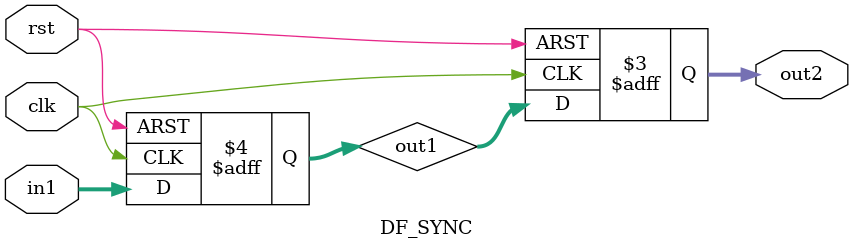
<source format=v>
module DF_SYNC#(
	parameter fifo_width = 8,
	parameter addr_size = $clog2(fifo_width)
)(
    input clk,
    input rst,
    input [addr_size:0]in1,
    output reg [addr_size:0] out2
);
reg [addr_size:0] out1;// sync_r2w,sync_w2r;
always @(posedge clk or negedge rst)begin
    if(!rst)begin
        out1 <= 0;
        out2 <= 0;
    end
    else begin
        out1 <= in1;
        out2 <= out1;
    end
end

// //sync_w2r
// always @(posedge rclk or negedge rrst_n)begin
//     if(!rrst_n)begin
//         sync_w2r <= 0;
//         rq2_wptr <= 0;
//     end
//     else begin
//         sync_w2r <= wr_pointer;
//         rq2_wptr <= sync_w2r;
//     end
// end
// //sync_r2w
// always @(posedge wclk or negedge wrst_n)begin
//     if(!wrst_n)begin
//         sync_r2w <= 0;
//         wq2_rptr <= 0;
//     end
//     else begin
//         sync_r2w <= rd_pointer;
//         wq2_rptr <= sync_r2w;
//     end
// end
endmodule
</source>
